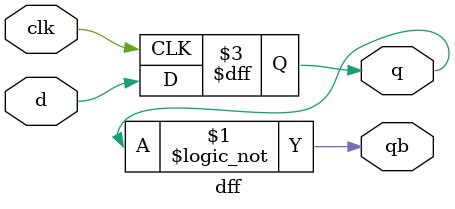
<source format=v>


module dff(
    input clk, d,
    output reg q,
    output wire qb
  );
    /*
    wire t1, t2, 

    nand nand1(clk, d, t1);
    nand nand2(clk, !d, t2);

    nand nand3(t1, qb, q);
    nand nand4(t2, q, qb);
    */

    assign qb = !q;

    always @ (posedge clk)
      q <= d;

endmodule

</source>
